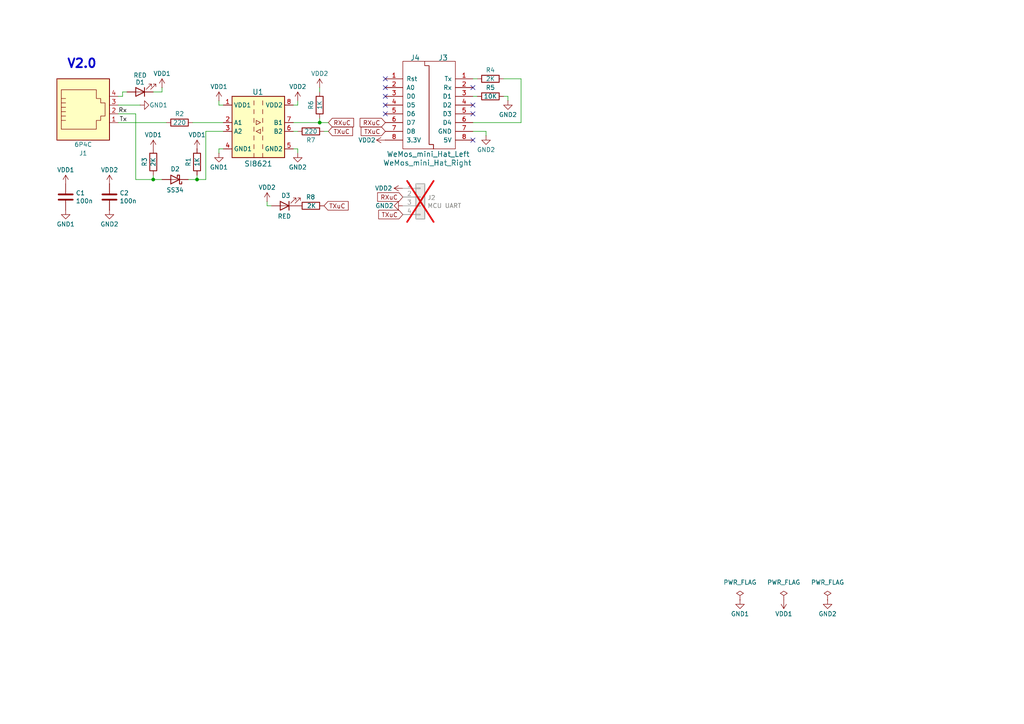
<source format=kicad_sch>
(kicad_sch (version 20250114) (generator "eeschema") (generator_version "9.0")
  (paper "A4")
  (lib_symbols
    (symbol "Connector:6P4C" (pin_names (offset 1.016))
      (property "Reference" "J" (at -5.08 11.43 0))
      (property "Value" "6P4C" (at 2.54 11.43 0))
      (symbol "6P4C_0_1"
        (polyline (pts (xy -6.35 3.175) (xy -5.08 3.175) (xy -5.08 3.175)))
        (polyline (pts (xy -6.35 1.905) (xy -5.08 1.905) (xy -5.08 1.905)))
        (polyline (pts (xy -6.35 0.635) (xy -5.08 0.635) (xy -5.08 0.635)))
        (polyline (pts (xy -6.35 -0.635) (xy -5.08 -0.635) (xy -5.08 -0.635)))
        (polyline (pts (xy -6.35 -1.905) (xy -5.08 -1.905) (xy -5.08 -1.905)))
        (polyline (pts (xy -6.35 -4.445) (xy -6.35 6.985) (xy 3.81 6.985) (xy 3.81 4.445) (xy 5.08 4.445) (xy 5.08 3.175) (xy 6.35 3.175) (xy 6.35 -0.635) (xy 5.08 -0.635) (xy 5.08 -1.905) (xy 3.81 -1.905) (xy 3.81 -4.445) (xy -6.35 -4.445) (xy -6.35 -4.445)))
        (polyline (pts (xy -5.08 4.445) (xy -6.35 4.445) (xy -6.35 4.445)))
        (rectangle (start 7.62 10.16) (end -7.62 -7.62) (stroke (width 0.254)) (fill (type background)))
      )
      (symbol "6P4C_1_1"
        (pin passive line (at 10.16 5.08 180) (length 2.54) (name "~") (number "4"))
        (pin passive line (at 10.16 2.54 180) (length 2.54) (name "~") (number "3"))
        (pin passive line (at 10.16 0 180) (length 2.54) (name "~") (number "2"))
        (pin passive line (at 10.16 -2.54 180) (length 2.54) (name "~") (number "1"))
      )
    )
    (symbol "Connector_Generic:Conn_01x04" (pin_names (offset 1.016) (hide yes))
      (property "Reference" "J" (at 0 5.08 0))
      (property "Value" "Conn_01x04" (at 0 -7.62 0))
      (symbol "Conn_01x04_1_1"
        (rectangle (start -1.27 3.81) (end 1.27 -6.35) (stroke (width 0.254)) (fill (type background)))
        (rectangle (start -1.27 2.667) (end 0 2.413) (stroke (width 0.1524)))
        (rectangle (start -1.27 0.127) (end 0 -0.127) (stroke (width 0.1524)))
        (rectangle (start -1.27 -2.413) (end 0 -2.667) (stroke (width 0.1524)))
        (rectangle (start -1.27 -4.953) (end 0 -5.207) (stroke (width 0.1524)))
        (pin passive line (at -5.08 2.54 0) (length 3.81) (name "Pin_1") (number "1"))
        (pin passive line (at -5.08 0 0) (length 3.81) (name "Pin_2") (number "2"))
        (pin passive line (at -5.08 -2.54 0) (length 3.81) (name "Pin_3") (number "3"))
        (pin passive line (at -5.08 -5.08 0) (length 3.81) (name "Pin_4") (number "4"))
      )
    )
    (symbol "Device:C" (pin_numbers (hide yes)) (pin_names (offset 0.254))
      (property "Reference" "C" (at 0.635 2.54 0))
      (property "Value" "C" (at 0.635 -2.54 0))
      (symbol "C_0_1"
        (polyline (pts (xy -2.032 0.762) (xy 2.032 0.762)) (stroke (width 0.508)))
        (polyline (pts (xy -2.032 -0.762) (xy 2.032 -0.762)) (stroke (width 0.508)))
      )
      (symbol "C_1_1"
        (pin passive line (at 0 3.81 270) (length 2.794) (name "~") (number "1"))
        (pin passive line (at 0 -3.81 90) (length 2.794) (name "~") (number "2"))
      )
    )
    (symbol "Device:D_Schottky" (pin_numbers (hide yes)) (pin_names (offset 1.016) (hide yes))
      (property "Reference" "D" (at 0 2.54 0))
      (property "Value" "D_Schottky" (at 0 -2.54 0))
      (symbol "D_Schottky_0_1"
        (polyline (pts (xy -1.905 0.635) (xy -1.905 1.27) (xy -1.27 1.27) (xy -1.27 -1.27) (xy -0.635 -1.27) (xy -0.635 -0.635)) (stroke (width 0.254)))
        (polyline (pts (xy 1.27 1.27) (xy 1.27 -1.27) (xy -1.27 0) (xy 1.27 1.27)) (stroke (width 0.254)))
        (polyline (pts (xy 1.27 0) (xy -1.27 0)))
      )
      (symbol "D_Schottky_1_1"
        (pin passive line (at -3.81 0 0) (length 2.54) (name "K") (number "1"))
        (pin passive line (at 3.81 0 180) (length 2.54) (name "A") (number "2"))
      )
    )
    (symbol "Device:LED" (pin_numbers (hide yes)) (pin_names (offset 1.016) (hide yes))
      (property "Reference" "D" (at 0 2.54 0))
      (property "Value" "LED" (at 0 -2.54 0))
      (symbol "LED_0_1"
        (polyline (pts (xy -3.048 -0.762) (xy -4.572 -2.286) (xy -3.81 -2.286) (xy -4.572 -2.286) (xy -4.572 -1.524)))
        (polyline (pts (xy -1.778 -0.762) (xy -3.302 -2.286) (xy -2.54 -2.286) (xy -3.302 -2.286) (xy -3.302 -1.524)))
        (polyline (pts (xy -1.27 0) (xy 1.27 0)))
        (polyline (pts (xy -1.27 -1.27) (xy -1.27 1.27)) (stroke (width 0.254)))
        (polyline (pts (xy 1.27 -1.27) (xy 1.27 1.27) (xy -1.27 0) (xy 1.27 -1.27)) (stroke (width 0.254)))
      )
      (symbol "LED_1_1"
        (pin passive line (at -3.81 0 0) (length 2.54) (name "K") (number "1"))
        (pin passive line (at 3.81 0 180) (length 2.54) (name "A") (number "2"))
      )
    )
    (symbol "Device:R" (pin_numbers (hide yes)) (pin_names (offset 0))
      (property "Reference" "R" (at 2.032 0 90))
      (property "Value" "R" (at 0 0 90))
      (symbol "R_0_1"
        (rectangle (start -1.016 -2.54) (end 1.016 2.54) (stroke (width 0.254)))
      )
      (symbol "R_1_1"
        (pin passive line (at 0 3.81 270) (length 1.27) (name "~") (number "1"))
        (pin passive line (at 0 -3.81 90) (length 1.27) (name "~") (number "2"))
      )
    )
    (symbol "power:GND1" (power) (pin_numbers (hide yes)) (pin_names (offset 0) (hide yes))
      (property "Value" "GND1" (at 0 -3.81 0))
      (symbol "GND1_0_1"
        (polyline (pts (xy 0 0) (xy 0 -1.27) (xy 1.27 -1.27) (xy 0 -2.54) (xy -1.27 -1.27) (xy 0 -1.27)))
      )
      (symbol "GND1_1_1"
        (pin power_in line (at 0 0 270) (length 0) (name "~") (number "1"))
      )
    )
    (symbol "power:GND2" (power) (pin_numbers (hide yes)) (pin_names (offset 0) (hide yes))
      (property "Value" "GND2" (at 0 -3.81 0))
      (symbol "GND2_0_1"
        (polyline (pts (xy 0 0) (xy 0 -1.27) (xy 1.27 -1.27) (xy 0 -2.54) (xy -1.27 -1.27) (xy 0 -1.27)))
      )
      (symbol "GND2_1_1"
        (pin power_in line (at 0 0 270) (length 0) (name "~") (number "1"))
      )
    )
    (symbol "power:PWR_FLAG" (power) (pin_numbers (hide yes)) (pin_names (offset 0) (hide yes))
      (property "Value" "PWR_FLAG" (at 0 3.81 0))
      (symbol "PWR_FLAG_0_0"
        (pin power_out line (at 0 0 90) (length 0) (name "~") (number "1"))
      )
      (symbol "PWR_FLAG_0_1"
        (polyline (pts (xy 0 0) (xy 0 1.27) (xy -1.016 1.905) (xy 0 2.54) (xy 1.016 1.905) (xy 0 1.27)))
      )
    )
    (symbol "power:VDD" (power) (pin_numbers (hide yes)) (pin_names (offset 0) (hide yes))
      (property "Value" "VDD" (at 0 3.556 0))
      (symbol "VDD_0_1"
        (polyline (pts (xy -0.762 1.27) (xy 0 2.54)))
        (polyline (pts (xy 0 2.54) (xy 0.762 1.27)))
        (polyline (pts (xy 0 0) (xy 0 2.54)))
      )
      (symbol "VDD_1_1"
        (pin power_in line (at 0 0 90) (length 0) (name "~") (number "1"))
      )
    )
    (symbol "si8621:Si8621EC-B-IS"
      (property "Reference" "U" (at 0 12.192 0))
      (property "Value" "Si8621EC-B-IS" (at 0 10.16 0))
      (symbol "Si8621EC-B-IS_0_1"
        (rectangle (start -7.62 8.89) (end 7.62 -8.89) (stroke (width 0.254)) (fill (type background)))
        (polyline (pts (xy -1.27 7.62) (xy -1.27 6.35)))
        (polyline (pts (xy -1.27 5.08) (xy -1.27 3.81)))
        (polyline (pts (xy -1.27 2.54) (xy -1.27 1.27)))
        (polyline (pts (xy -1.27 0) (xy -1.27 -1.27)))
        (polyline (pts (xy -1.27 -2.54) (xy -1.27 -3.81)))
        (polyline (pts (xy -1.27 -5.08) (xy -1.27 -6.35)))
        (polyline (pts (xy -1.27 -7.62) (xy -1.27 -8.89)))
        (polyline (pts (xy -0.635 1.905) (xy -0.635 0.635) (xy 0.635 1.27) (xy -0.635 1.905)))
        (polyline (pts (xy -0.635 -1.27) (xy 0.635 -0.635) (xy 0.635 -1.905) (xy -0.635 -1.27)))
        (polyline (pts (xy 1.27 7.62) (xy 1.27 6.35)))
        (polyline (pts (xy 1.27 5.08) (xy 1.27 3.81)))
        (polyline (pts (xy 1.27 2.54) (xy 1.27 1.27)))
        (polyline (pts (xy 1.27 0) (xy 1.27 -1.27)))
        (polyline (pts (xy 1.27 -2.54) (xy 1.27 -3.81)))
        (polyline (pts (xy 1.27 -5.08) (xy 1.27 -6.35)))
        (polyline (pts (xy 1.27 -7.62) (xy 1.27 -8.89)))
      )
      (symbol "Si8621EC-B-IS_1_1"
        (pin power_in line (at -10.16 6.35 0) (length 2.54) (name "VDD1") (number "1"))
        (pin input line (at -10.16 1.27 0) (length 2.54) (name "A1") (number "2"))
        (pin output line (at -10.16 -1.27 0) (length 2.54) (name "A2") (number "3"))
        (pin power_in line (at -10.16 -6.35 0) (length 2.54) (name "GND1") (number "4"))
        (pin power_in line (at 10.16 6.35 180) (length 2.54) (name "VDD2") (number "8"))
        (pin output line (at 10.16 1.27 180) (length 2.54) (name "B1") (number "7"))
        (pin input line (at 10.16 -1.27 180) (length 2.54) (name "B2") (number "6"))
        (pin power_in line (at 10.16 -6.35 180) (length 2.54) (name "GND2") (number "5"))
      )
    )
    (symbol "wemos_mini:WeMos_D1_mini_Hat_Left" (pin_names (offset 1.016))
      (property "Reference" "J" (at -0.254 13.716 0))
      (property "Value" "WeMos_mini_Hat_Left" (at 4.064 -14.224 0))
      (symbol "WeMos_D1_mini_Hat_Left_0_1"
        (polyline (pts (xy 2.54 -12.7) (xy -3.81 -12.7) (xy -3.81 12.7) (xy 5.08 12.7)))
        (polyline (pts (xy 2.54 -12.7) (xy 2.54 -11.43) (xy 3.81 -11.43) (xy 3.81 11.43) (xy 5.08 11.43) (xy 5.08 12.7)))
      )
      (symbol "WeMos_D1_mini_Hat_Left_1_1"
        (pin bidirectional line (at -8.89 7.62 0) (length 5.08) (name "Tx") (number "1"))
        (pin bidirectional line (at -8.89 5.08 0) (length 5.08) (name "Rx") (number "2"))
        (pin bidirectional line (at -8.89 2.54 0) (length 5.08) (name "D1") (number "3"))
        (pin bidirectional line (at -8.89 0 0) (length 5.08) (name "D2") (number "4"))
        (pin bidirectional line (at -8.89 -2.54 0) (length 5.08) (name "D3") (number "5"))
        (pin bidirectional line (at -8.89 -5.08 0) (length 5.08) (name "D4") (number "6"))
        (pin power_in line (at -8.89 -7.62 0) (length 5.08) (name "GND") (number "7"))
        (pin power_in line (at -8.89 -10.16 0) (length 5.08) (name "5V") (number "8"))
      )
    )
    (symbol "wemos_mini:WeMos_D1_mini_Hat_Right" (pin_names (offset 1.016))
      (property "Reference" "J" (at 0.254 13.716 0))
      (property "Value" "WeMos_mini_Hat_Right" (at -3.302 -16.764 0))
      (symbol "WeMos_D1_mini_Hat_Right_0_1"
        (polyline (pts (xy -5.08 -12.7) (xy 3.81 -12.7) (xy 3.81 12.7) (xy -2.54 12.7)))
        (polyline (pts (xy -5.08 -12.7) (xy -5.08 -11.43) (xy -3.81 -11.43) (xy -3.81 11.43) (xy -2.54 11.43) (xy -2.54 12.7)))
      )
      (symbol "WeMos_D1_mini_Hat_Right_1_1"
        (pin bidirectional line (at 8.89 7.62 180) (length 5.08) (name "Rst") (number "1"))
        (pin bidirectional line (at 8.89 5.08 180) (length 5.08) (name "A0") (number "2"))
        (pin bidirectional line (at 8.89 2.54 180) (length 5.08) (name "D0") (number "3"))
        (pin bidirectional line (at 8.89 0 180) (length 5.08) (name "D5") (number "4"))
        (pin bidirectional line (at 8.89 -2.54 180) (length 5.08) (name "D6") (number "5"))
        (pin bidirectional line (at 8.89 -5.08 180) (length 5.08) (name "D7") (number "6"))
        (pin bidirectional line (at 8.89 -7.62 180) (length 5.08) (name "D8") (number "7"))
        (pin power_out line (at 8.89 -10.16 180) (length 5.08) (name "3.3V") (number "8"))
      )
    )
  )
  (text "V2.0" (at 19.304 20.066 0) (effects (font (size 2.54 2.54) (thickness 0.508) (bold yes)) (justify left bottom)))
  (junction (at 57.15 52.07))
  (junction (at 44.45 52.07))
  (junction (at 92.71 35.56))
  (no_connect (at 111.76 25.4))
  (no_connect (at 137.16 25.4))
  (no_connect (at 111.76 27.94))
  (no_connect (at 111.76 33.02))
  (no_connect (at 137.16 33.02))
  (no_connect (at 111.76 30.48))
  (no_connect (at 137.16 40.64))
  (no_connect (at 137.16 30.48))
  (no_connect (at 111.76 22.86))
  (wire (pts (xy 77.47 59.69) (xy 78.74 59.69)))
  (wire (pts (xy 57.15 52.07) (xy 59.69 52.07)))
  (wire (pts (xy 85.09 30.48) (xy 86.36 30.48)))
  (wire (pts (xy 55.88 35.56) (xy 64.77 35.56)))
  (wire (pts (xy 64.77 43.18) (xy 63.5 43.18)))
  (wire (pts (xy 140.97 38.1) (xy 140.97 39.37)))
  (wire (pts (xy 34.29 30.48) (xy 40.64 30.48)))
  (wire (pts (xy 59.69 38.1) (xy 59.69 52.07)))
  (wire (pts (xy 39.37 52.07) (xy 44.45 52.07)))
  (wire (pts (xy 59.69 38.1) (xy 64.77 38.1)))
  (wire (pts (xy 86.36 30.48) (xy 86.36 29.21)))
  (wire (pts (xy 93.98 38.1) (xy 95.25 38.1)))
  (wire (pts (xy 63.5 30.48) (xy 63.5 29.21)))
  (wire (pts (xy 92.71 35.56) (xy 95.25 35.56)))
  (wire (pts (xy 44.45 52.07) (xy 44.45 50.8)))
  (wire (pts (xy 137.16 22.86) (xy 138.43 22.86)))
  (wire (pts (xy 46.99 25.4) (xy 46.99 26.67)))
  (wire (pts (xy 35.56 27.94) (xy 35.56 26.67)))
  (wire (pts (xy 34.29 27.94) (xy 35.56 27.94)))
  (wire (pts (xy 64.77 30.48) (xy 63.5 30.48)))
  (wire (pts (xy 35.56 26.67) (xy 36.83 26.67)))
  (wire (pts (xy 146.05 27.94) (xy 147.32 27.94)))
  (wire (pts (xy 86.36 43.18) (xy 86.36 44.45)))
  (wire (pts (xy 137.16 27.94) (xy 138.43 27.94)))
  (wire (pts (xy 54.61 52.07) (xy 57.15 52.07)))
  (wire (pts (xy 85.09 38.1) (xy 86.36 38.1)))
  (wire (pts (xy 92.71 25.4) (xy 92.71 26.67)))
  (wire (pts (xy 92.71 34.29) (xy 92.71 35.56)))
  (wire (pts (xy 77.47 58.42) (xy 77.47 59.69)))
  (wire (pts (xy 46.99 52.07) (xy 44.45 52.07)))
  (wire (pts (xy 146.05 22.86) (xy 151.13 22.86)))
  (wire (pts (xy 85.09 43.18) (xy 86.36 43.18)))
  (wire (pts (xy 46.99 26.67) (xy 44.45 26.67)))
  (wire (pts (xy 151.13 35.56) (xy 137.16 35.56)))
  (wire (pts (xy 63.5 43.18) (xy 63.5 44.45)))
  (wire (pts (xy 85.09 35.56) (xy 92.71 35.56)))
  (wire (pts (xy 151.13 22.86) (xy 151.13 35.56)))
  (wire (pts (xy 34.29 35.56) (xy 48.26 35.56)))
  (wire (pts (xy 57.15 50.8) (xy 57.15 52.07)))
  (wire (pts (xy 137.16 38.1) (xy 140.97 38.1)))
  (wire (pts (xy 147.32 27.94) (xy 147.32 29.21)))
  (wire (pts (xy 34.29 33.02) (xy 39.37 33.02)))
  (wire (pts (xy 39.37 33.02) (xy 39.37 52.07)))
  (label "Tx" (at 36.83 35.56 180))
  (label "Rx" (at 36.83 33.02 180))
  (global_label "TXuC" (shape input) (at 95.25 38.1 0) (property "Intersheetrefs" "${INTERSHEET_REFS}" (effects (hide yes))))
  (global_label "TXuC" (shape input) (at 93.98 59.69 0) (property "Intersheetrefs" "${INTERSHEET_REFS}" (effects (hide yes))))
  (global_label "RXuC" (shape input) (at 95.25 35.56 0) (property "Intersheetrefs" "${INTERSHEET_REFS}" (effects (hide yes))))
  (global_label "RXuC" (shape input) (at 116.84 57.15 180) (property "Intersheetrefs" "${INTERSHEET_REFS}" (effects (hide yes))))
  (global_label "TXuC" (shape input) (at 116.84 62.23 180) (property "Intersheetrefs" "${INTERSHEET_REFS}" (effects (hide yes))))
  (global_label "TXuC" (shape input) (at 111.76 38.1 180) (property "Intersheetrefs" "${INTERSHEET_REFS}" (effects (hide yes))))
  (global_label "RXuC" (shape input) (at 111.76 35.56 180) (property "Intersheetrefs" "${INTERSHEET_REFS}" (effects (hide yes))))
  (symbol (lib_id "si8621:Si8621EC-B-IS") (at 74.93 36.83 0) (unit 1)
    (property "Reference" "U1" (at 73.152 26.67 0) (effects (font (size 1.524 1.524)) (justify left)))
    (property "Value" "SI8621" (at 74.93 47.498 0) (effects (font (size 1.524 1.524))))
    (property "Footprint" "Package_SO:SOIC-8_3.9x4.9mm_P1.27mm" (effects (hide yes)))
    (property "Datasheet" "https://www.silabs.com/documents/public/data-sheets/si861x-datasheet.pdf" (effects (hide yes)))
    (property "Description" "Low-Power Dual-Channel Digital Isolator, 150Mbps, 2.5-5.5V, 3.75kV isolation, Fail-Safe High, SOIC-8" (effects (hide yes)))
    (property "LCSC" "C461877" (effects (hide yes)))
  )
  (symbol (lib_id "Connector_Generic:Conn_01x04") (at 121.92 57.15 0) (unit 1) (in_bom no) (dnp yes)
    (property "Reference" "J2" (at 123.952 57.3532 0) (effects (justify left)))
    (property "Value" "MCU UART" (at 123.952 59.6646 0) (effects (justify left)))
    (property "Footprint" "Connector_PinHeader_2.54mm:PinHeader_1x04_P2.54mm_Vertical" (effects (hide yes)))
  )
  (symbol (lib_id "Connector:6P4C") (at 24.13 33.02 0) (unit 1)
    (property "Reference" "J1" (at 24.13 44.45 0))
    (property "Value" "6P4C" (at 24.13 41.91 0))
    (property "Footprint" "MyRJ:Ali_RJ11" (effects (hide yes)))
    (property "Description" "RJ connector, 6P4C (6 positions 4 connected), RJ13/RJ14" (effects (hide yes)))
    (property "LCSC" "C189749" (effects (hide yes)))
    (property "JlcRotOffset" "180" (effects (hide yes)))
    (property "JlcPosOffset" "0,3.07" (effects (hide yes)))
  )
  (symbol (lib_id "Device:LED") (at 40.64 26.67 180) (unit 1)
    (property "Reference" "D1" (at 40.64 23.876 0))
    (property "Value" "RED" (at 40.64 21.844 0))
    (property "Footprint" "LED_SMD:LED_0805_2012Metric_Pad1.15x1.40mm_HandSolder" (effects (hide yes)))
    (property "LCSC" "C84256" (effects (hide yes)))
  )
  (symbol (lib_id "Device:R") (at 57.15 46.99 180) (unit 1)
    (property "Reference" "R1" (at 54.61 46.99 90))
    (property "Value" "1K" (at 57.15 46.99 90))
    (property "Footprint" "Resistor_SMD:R_0805_2012Metric_Pad1.20x1.40mm_HandSolder" (effects (hide yes)))
    (property "LCSC" "C17513" (effects (hide yes)))
  )
  (symbol (lib_id "Device:R") (at 44.45 46.99 180) (unit 1)
    (property "Reference" "R3" (at 41.91 46.99 90))
    (property "Value" "2K" (at 44.45 46.99 90))
    (property "Footprint" "Resistor_SMD:R_0805_2012Metric_Pad1.20x1.40mm_HandSolder" (effects (hide yes)))
    (property "LCSC" "C17604" (effects (hide yes)))
  )
  (symbol (lib_id "Device:R") (at 52.07 35.56 90) (unit 1)
    (property "Reference" "R2" (at 52.07 33.02 90))
    (property "Value" "220" (at 52.07 35.56 90))
    (property "Footprint" "Resistor_SMD:R_0805_2012Metric_Pad1.20x1.40mm_HandSolder" (effects (hide yes)))
    (property "LCSC" "C17557" (effects (hide yes)))
  )
  (symbol (lib_id "Device:R") (at 90.17 38.1 270) (unit 1)
    (property "Reference" "R7" (at 90.17 40.64 90))
    (property "Value" "220" (at 90.17 38.1 90))
    (property "Footprint" "Resistor_SMD:R_0805_2012Metric_Pad1.20x1.40mm_HandSolder" (effects (hide yes)))
    (property "LCSC" "C17557" (effects (hide yes)))
  )
  (symbol (lib_id "Device:R") (at 92.71 30.48 180) (unit 1)
    (property "Reference" "R6" (at 90.17 30.48 90))
    (property "Value" "1K" (at 92.71 30.48 90))
    (property "Footprint" "Resistor_SMD:R_0805_2012Metric_Pad1.20x1.40mm_HandSolder" (effects (hide yes)))
    (property "LCSC" "C17513" (effects (hide yes)))
  )
  (symbol (lib_id "Device:LED") (at 82.55 59.69 180) (unit 1)
    (property "Reference" "D3" (at 81.5594 56.7182 0) (effects (justify right)))
    (property "Value" "RED" (at 80.518 62.738 0) (effects (justify right)))
    (property "Footprint" "LED_SMD:LED_0805_2012Metric_Pad1.15x1.40mm_HandSolder" (effects (hide yes)))
    (property "LCSC" "C84256" (effects (hide yes)))
  )
  (symbol (lib_id "Device:C") (at 19.05 57.15 0) (unit 1)
    (property "Reference" "C1" (at 21.971 55.9816 0) (effects (justify left)))
    (property "Value" "100n" (at 21.971 58.293 0) (effects (justify left)))
    (property "Footprint" "Capacitor_SMD:C_0805_2012Metric_Pad1.18x1.45mm_HandSolder" (effects (hide yes)))
    (property "LCSC" "C49678" (effects (hide yes)))
  )
  (symbol (lib_id "Device:C") (at 31.75 57.15 0) (unit 1)
    (property "Reference" "C2" (at 34.671 55.9816 0) (effects (justify left)))
    (property "Value" "100n" (at 34.671 58.293 0) (effects (justify left)))
    (property "Footprint" "Capacitor_SMD:C_0805_2012Metric_Pad1.18x1.45mm_HandSolder" (effects (hide yes)))
    (property "LCSC" "C49678" (effects (hide yes)))
  )
  (symbol (lib_id "Device:R") (at 90.17 59.69 270) (unit 1)
    (property "Reference" "R8" (at 91.44 57.15 90) (effects (justify right)))
    (property "Value" "2K" (at 91.694 59.69 90) (effects (justify right)))
    (property "Footprint" "Resistor_SMD:R_0805_2012Metric_Pad1.20x1.40mm_HandSolder" (effects (hide yes)))
    (property "LCSC" "C17604" (effects (hide yes)))
  )
  (symbol (lib_id "Device:D_Schottky") (at 50.8 52.07 180) (unit 1)
    (property "Reference" "D2" (at 50.8 49.022 0))
    (property "Value" "SS34" (at 50.8 55.118 0))
    (property "Footprint" "Diode_SMD:D_SMA" (effects (hide yes)))
    (property "LCSC" "C8678" (effects (hide yes)))
  )
  (symbol (lib_id "power:PWR_FLAG") (at 240.03 173.99 0) (unit 1)
    (property "Reference" "#FLG03" (effects (hide yes)))
    (property "Value" "PWR_FLAG" (at 240.03 168.91 0))
    (property "Description" "Special symbol for telling ERC where power comes from" (effects (hide yes)))
  )
  (symbol (lib_id "power:PWR_FLAG") (at 214.63 173.99 0) (unit 1)
    (property "Reference" "#FLG01" (effects (hide yes)))
    (property "Value" "PWR_FLAG" (at 214.63 168.91 0))
    (property "Description" "Special symbol for telling ERC where power comes from" (effects (hide yes)))
  )
  (symbol (lib_id "Device:R") (at 142.24 27.94 90) (unit 1)
    (property "Reference" "R5" (at 142.24 25.4 90))
    (property "Value" "10K" (at 142.24 27.94 90))
    (property "Footprint" "Resistor_SMD:R_0805_2012Metric_Pad1.20x1.40mm_HandSolder" (effects (hide yes)))
    (property "LCSC" "C17414" (effects (hide yes)))
  )
  (symbol (lib_id "power:GND2") (at 31.75 60.96 0) (unit 1)
    (property "Reference" "#PWR02" (effects (hide yes)))
    (property "Value" "GND2" (at 31.75 65.024 0))
    (property "Description" "Power symbol creates a global label with name \"GND2\" , ground" (effects (hide yes)))
  )
  (symbol (lib_id "power:GND1") (at 19.05 60.96 0) (unit 1)
    (property "Reference" "#PWR01" (effects (hide yes)))
    (property "Value" "GND1" (at 19.05 65.024 0))
    (property "Description" "Power symbol creates a global label with name \"GND1\" , ground" (effects (hide yes)))
  )
  (symbol (lib_id "power:GND2") (at 140.97 39.37 0) (unit 1)
    (property "Reference" "#PWR07" (effects (hide yes)))
    (property "Value" "GND2" (at 140.97 43.434 0))
    (property "Description" "Power symbol creates a global label with name \"GND2\" , ground" (effects (hide yes)))
  )
  (symbol (lib_id "power:VDD") (at 111.76 40.64 90) (unit 1)
    (property "Reference" "#PWR010" (effects (hide yes)))
    (property "Value" "VDD2" (at 106.426 40.64 90))
    (property "Description" "Power symbol creates a global label with name \"VDD\"" (effects (hide yes)))
  )
  (symbol (lib_id "power:GND1") (at 214.63 173.99 0) (unit 1)
    (property "Reference" "#PWR020" (effects (hide yes)))
    (property "Value" "GND1" (at 214.63 178.054 0))
    (property "Description" "Power symbol creates a global label with name \"GND1\" , ground" (effects (hide yes)))
  )
  (symbol (lib_id "power:GND2") (at 86.36 44.45 0) (unit 1)
    (property "Reference" "#PWR09" (effects (hide yes)))
    (property "Value" "GND2" (at 86.36 48.514 0))
    (property "Description" "Power symbol creates a global label with name \"GND2\" , ground" (effects (hide yes)))
  )
  (symbol (lib_id "power:VDD") (at 63.5 29.21 0) (unit 1)
    (property "Reference" "#PWR05" (effects (hide yes)))
    (property "Value" "VDD1" (at 63.5 25.146 0))
    (property "Description" "Power symbol creates a global label with name \"VDD\"" (effects (hide yes)))
  )
  (symbol (lib_id "wemos_mini:WeMos_D1_mini_Hat_Right") (at 120.65 30.48 0) (mirror y) (unit 1)
    (property "Reference" "J4" (at 120.396 16.764 0) (effects (font (size 1.524 1.524))))
    (property "Value" "WeMos_mini_Hat_Right" (at 123.952 47.244 0) (effects (font (size 1.524 1.524))))
    (property "Footprint" "wemos_d1_mini:WeMos_D1_mini_Hat_Right" (effects (hide yes)))
    (property "Datasheet" "http://www.wemos.cc/Products/d1_mini.html" (effects (hide yes)))
    (property "LCSC" "C7509515" (effects (hide yes)))
  )
  (symbol (lib_id "power:VDD") (at 46.99 25.4 0) (unit 1)
    (property "Reference" "#PWR019" (effects (hide yes)))
    (property "Value" "VDD1" (at 46.99 21.336 0))
    (property "Description" "Power symbol creates a global label with name \"VDD\"" (effects (hide yes)))
  )
  (symbol (lib_id "power:GND1") (at 40.64 30.48 90) (unit 1)
    (property "Reference" "#PWR04" (effects (hide yes)))
    (property "Value" "GND1" (at 45.974 30.48 90))
    (property "Description" "Power symbol creates a global label with name \"GND1\" , ground" (effects (hide yes)))
  )
  (symbol (lib_id "power:GND2") (at 240.03 173.99 0) (unit 1)
    (property "Reference" "#PWR022" (effects (hide yes)))
    (property "Value" "GND2" (at 240.03 178.054 0))
    (property "Description" "Power symbol creates a global label with name \"GND2\" , ground" (effects (hide yes)))
  )
  (symbol (lib_id "power:VDD") (at 116.84 54.61 90) (unit 1)
    (property "Reference" "#PWR011" (effects (hide yes)))
    (property "Value" "VDD2" (at 111.252 54.61 90))
    (property "Description" "Power symbol creates a global label with name \"VDD\"" (effects (hide yes)))
  )
  (symbol (lib_id "wemos_mini:WeMos_D1_mini_Hat_Left") (at 128.27 30.48 0) (mirror y) (unit 1)
    (property "Reference" "J3" (at 128.524 16.764 0) (effects (font (size 1.524 1.524))))
    (property "Value" "WeMos_mini_Hat_Left" (at 124.206 44.704 0) (effects (font (size 1.524 1.524))))
    (property "Footprint" "wemos_d1_mini:WeMos_D1_mini_Hat_Left" (effects (hide yes)))
    (property "Datasheet" "http://www.wemos.cc/Products/d1_mini.html" (effects (hide yes)))
    (property "LCSC" "C7509515" (effects (hide yes)))
  )
  (symbol (lib_id "power:VDD") (at 57.15 43.18 0) (unit 1)
    (property "Reference" "#PWR017" (effects (hide yes)))
    (property "Value" "VDD1" (at 57.15 39.116 0))
    (property "Description" "Power symbol creates a global label with name \"VDD\"" (effects (hide yes)))
  )
  (symbol (lib_id "power:GND2") (at 116.84 59.69 270) (unit 1)
    (property "Reference" "#PWR013" (effects (hide yes)))
    (property "Value" "GND2" (at 111.506 59.69 90))
    (property "Description" "Power symbol creates a global label with name \"GND2\" , ground" (effects (hide yes)))
  )
  (symbol (lib_id "power:PWR_FLAG") (at 227.33 173.99 0) (unit 1)
    (property "Reference" "#FLG02" (effects (hide yes)))
    (property "Value" "PWR_FLAG" (at 227.33 168.91 0))
    (property "Description" "Special symbol for telling ERC where power comes from" (effects (hide yes)))
  )
  (symbol (lib_id "power:VDD") (at 44.45 43.18 0) (unit 1)
    (property "Reference" "#PWR018" (effects (hide yes)))
    (property "Value" "VDD1" (at 44.45 39.116 0))
    (property "Description" "Power symbol creates a global label with name \"VDD\"" (effects (hide yes)))
  )
  (symbol (lib_id "power:VDD") (at 92.71 25.4 0) (unit 1)
    (property "Reference" "#PWR012" (effects (hide yes)))
    (property "Value" "VDD2" (at 92.71 21.336 0))
    (property "Description" "Power symbol creates a global label with name \"VDD\"" (effects (hide yes)))
  )
  (symbol (lib_id "power:VDD") (at 19.05 53.34 0) (unit 1)
    (property "Reference" "#PWR014" (effects (hide yes)))
    (property "Value" "VDD1" (at 19.05 49.276 0))
    (property "Description" "Power symbol creates a global label with name \"VDD\"" (effects (hide yes)))
  )
  (symbol (lib_id "power:VDD") (at 77.47 58.42 0) (unit 1)
    (property "Reference" "#PWR015" (effects (hide yes)))
    (property "Value" "VDD2" (at 77.47 54.356 0))
    (property "Description" "Power symbol creates a global label with name \"VDD\"" (effects (hide yes)))
  )
  (symbol (lib_id "power:GND1") (at 63.5 44.45 0) (unit 1)
    (property "Reference" "#PWR03" (effects (hide yes)))
    (property "Value" "GND1" (at 63.5 48.514 0))
    (property "Description" "Power symbol creates a global label with name \"GND1\" , ground" (effects (hide yes)))
  )
  (symbol (lib_id "power:GND2") (at 147.32 29.21 0) (unit 1)
    (property "Reference" "#PWR08" (effects (hide yes)))
    (property "Value" "GND2" (at 147.32 33.274 0))
    (property "Description" "Power symbol creates a global label with name \"GND2\" , ground" (effects (hide yes)))
  )
  (symbol (lib_id "power:VDD") (at 227.33 173.99 180) (unit 1)
    (property "Reference" "#PWR021" (effects (hide yes)))
    (property "Value" "VDD1" (at 227.33 178.054 0))
    (property "Description" "Power symbol creates a global label with name \"VDD\"" (effects (hide yes)))
  )
  (symbol (lib_id "power:VDD") (at 31.75 53.34 0) (unit 1)
    (property "Reference" "#PWR016" (effects (hide yes)))
    (property "Value" "VDD2" (at 31.75 49.276 0))
    (property "Description" "Power symbol creates a global label with name \"VDD\"" (effects (hide yes)))
  )
  (symbol (lib_id "power:VDD") (at 86.36 29.21 0) (unit 1)
    (property "Reference" "#PWR06" (effects (hide yes)))
    (property "Value" "VDD2" (at 86.36 25.146 0))
    (property "Description" "Power symbol creates a global label with name \"VDD\"" (effects (hide yes)))
  )
  (symbol (lib_id "Device:R") (at 142.24 22.86 90) (unit 1)
    (property "Reference" "R4" (at 142.24 20.32 90))
    (property "Value" "2K" (at 142.24 22.86 90))
    (property "Footprint" "Resistor_SMD:R_0805_2012Metric_Pad1.20x1.40mm_HandSolder" (effects (hide yes)))
    (property "LCSC" "C17604" (effects (hide yes)))
  )
)
</source>
